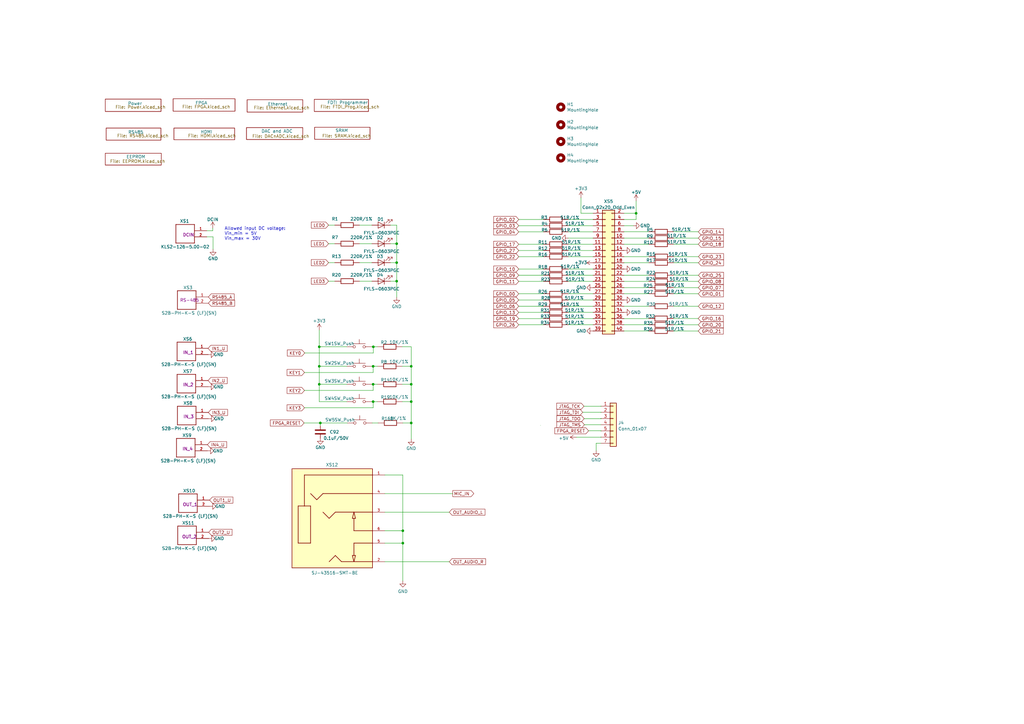
<source format=kicad_sch>
(kicad_sch (version 20230121) (generator eeschema)
  (paper "A3")
  (title_block (title "ПИР СЦХ-254 \"Карно\"\n(Karnix ASB-254)") (date "2024-01-15") (rev "V1.1") (company "ООО \"Фабмикро\"") (comment 1 "ФМТД.466961.029 Э3") (comment 2 "Залата Р.Н."))
  (junction (at 130.937 150.241))
  (junction (at 165.227 217.678))
  (junction (at 168.656 157.607))
  (junction (at 130.937 157.607))
  (junction (at 162.687 115.316))
  (junction (at 168.656 150.241))
  (junction (at 168.656 164.719))
  (junction (at 153.035 150.241))
  (junction (at 153.035 164.719))
  (junction (at 162.687 99.949))
  (junction (at 260.8904 87.4861))
  (junction (at 165.227 222.758))
  (junction (at 162.687 107.7136))
  (junction (at 130.937 142.24))
  (junction (at 153.1304 142.24))
  (junction (at 168.656 173.482))
  (junction (at 153.035 157.607))
  (junction (at 131.3895 173.482))
  (wire (pts (xy 244.5 184.8) (xy 244.5 181.82)))
  (wire (pts (xy 266.0974 97.6461) (xy 255.9374 97.6461)))
  (wire (pts (xy 168.656 150.241) (xy 164.973 150.241)))
  (wire (pts (xy 130.937 135.382) (xy 130.937 142.24)))
  (wire (pts (xy 222.9174 102.7515) (xy 212.7574 102.7515)))
  (wire (pts (xy 238.2844 87.4861) (xy 243.2374 87.4861)))
  (wire (pts (xy 153.035 164.719) (xy 152.4 164.719)))
  (wire (pts (xy 222.9174 100.1861) (xy 212.7574 100.1861)))
  (wire (pts (xy 87.376 97.155) (xy 87.376 102.235)))
  (wire (pts (xy 276.3082 107.7807) (xy 286.4682 107.7807)))
  (wire (pts (xy 276.3122 105.2447) (xy 286.4722 105.2447)))
  (wire (pts (xy 276.2574 95.0807) (xy 286.4174 95.0807)))
  (wire (pts (xy 246.5 169.1) (xy 246.5 169.12)))
  (wire (pts (xy 255.9374 125.6115) (xy 255.9374 125.5861)))
  (wire (pts (xy 276.225 135.763) (xy 286.385 135.763)))
  (wire (pts (xy 243.2374 95.1061) (xy 233.0774 95.1061)))
  (wire (pts (xy 255.9374 95.0807) (xy 255.9374 95.1061)))
  (wire (pts (xy 154.813 157.607) (xy 153.035 157.607)))
  (wire (pts (xy 266.0974 95.0807) (xy 255.9374 95.0807)))
  (wire (pts (xy 165.227 194.818) (xy 165.227 217.678)))
  (wire (pts (xy 239.7 174.2) (xy 246.42 174.2)))
  (wire (pts (xy 162.687 99.949) (xy 160.147 99.949)))
  (wire (pts (xy 266.0974 125.6115) (xy 255.9374 125.6115)))
  (wire (pts (xy 233.0774 105.2661) (xy 243.2374 105.2661)))
  (wire (pts (xy 162.687 115.316) (xy 160.147 115.316)))
  (wire (pts (xy 276.2574 115.4261) (xy 286.4174 115.4261)))
  (wire (pts (xy 153.035 160.147) (xy 153.035 157.607)))
  (wire (pts (xy 276.2574 125.6115) (xy 286.4174 125.6115)))
  (wire (pts (xy 243.2374 90.0261) (xy 233.0774 90.0261)))
  (wire (pts (xy 243.2374 100.1861) (xy 233.0774 100.1861)))
  (wire (pts (xy 233.0774 120.5061) (xy 243.2374 120.5061)))
  (wire (pts (xy 162.687 99.949) (xy 162.687 107.7136)))
  (wire (pts (xy 276.2574 117.9661) (xy 286.4174 117.9661)))
  (wire (pts (xy 137.287 107.7136) (xy 134.747 107.7136)))
  (wire (pts (xy 162.687 115.316) (xy 162.687 121.92)))
  (wire (pts (xy 266.0974 100.1861) (xy 266.0974 100.1607)))
  (wire (pts (xy 246.5 179.28) (xy 246.42 179.28)))
  (wire (pts (xy 255.925 107.7995) (xy 255.9374 107.7995)))
  (wire (pts (xy 255.925 107.7807) (xy 255.925 107.7995)))
  (wire (pts (xy 266.1482 112.8861) (xy 266.1482 112.9115)))
  (wire (pts (xy 160.147 92.329) (xy 162.687 92.329)))
  (wire (pts (xy 142.24 157.607) (xy 130.937 157.607)))
  (wire (pts (xy 185.674 202.438) (xy 157.861 202.438)))
  (wire (pts (xy 130.937 150.241) (xy 130.937 157.607)))
  (wire (pts (xy 152.527 107.7136) (xy 147.447 107.7136)))
  (wire (pts (xy 124.7148 173.482) (xy 131.3895 173.482)))
  (wire (pts (xy 137.287 115.316) (xy 134.747 115.316)))
  (wire (pts (xy 222.9174 130.6661) (xy 212.7574 130.6661)))
  (wire (pts (xy 255.9374 130.6661) (xy 266.0466 130.6661)))
  (wire (pts (xy 153.1304 144.78) (xy 153.1304 142.24)))
  (wire (pts (xy 276.2574 100.1607) (xy 286.4174 100.1607)))
  (wire (pts (xy 260.8904 87.4861) (xy 255.9374 87.4861)))
  (wire (pts (xy 157.861 210.058) (xy 184.277 210.058)))
  (wire (pts (xy 259.7474 92.5661) (xy 255.9374 92.5661)))
  (wire (pts (xy 246.5 171.7) (xy 246.5 171.66)))
  (wire (pts (xy 153.035 152.781) (xy 153.035 150.241)))
  (wire (pts (xy 157.861 222.758) (xy 165.227 222.758)))
  (wire (pts (xy 266.0974 133.2061) (xy 266.0974 133.2315)))
  (wire (pts (xy 239 169.1) (xy 246.5 169.1)))
  (wire (pts (xy 222.9174 112.8861) (xy 212.7574 112.8861)))
  (wire (pts (xy 124.8726 167.259) (xy 153.035 167.259)))
  (wire (pts (xy 255.9374 105.2661) (xy 266.1522 105.2661)))
  (wire (pts (xy 243.2374 102.7515) (xy 243.2374 102.7261)))
  (wire (pts (xy 221.68 174.5) (xy 221.7 174.5)))
  (wire (pts (xy 266.0466 130.6661) (xy 266.0466 130.6407)))
  (wire (pts (xy 212.7574 92.5661) (xy 222.9174 92.5661)))
  (wire (pts (xy 266.1482 107.7807) (xy 255.925 107.7807)))
  (wire (pts (xy 233.0774 123.0461) (xy 243.2374 123.0461)))
  (wire (pts (xy 142.24 164.719) (xy 130.937 164.719)))
  (wire (pts (xy 260.8904 82.4061) (xy 260.8904 87.4861)))
  (wire (pts (xy 168.656 157.607) (xy 168.656 164.719)))
  (wire (pts (xy 233.0774 102.7515) (xy 243.2374 102.7515)))
  (wire (pts (xy 236.4 179.3) (xy 246.5 179.3)))
  (wire (pts (xy 153.035 167.259) (xy 153.035 164.719)))
  (wire (pts (xy 168.656 173.482) (xy 168.656 180.086)))
  (wire (pts (xy 239.5 166.6) (xy 246.5 166.6)))
  (wire (pts (xy 222.9174 120.5061) (xy 212.7574 120.5061)))
  (wire (pts (xy 246.5 166.6) (xy 246.5 166.58)))
  (wire (pts (xy 222.9174 105.2661) (xy 212.7574 105.2661)))
  (wire (pts (xy 246.5 176.74) (xy 246.42 176.74)))
  (wire (pts (xy 222.9174 128.1261) (xy 212.7574 128.1261)))
  (wire (pts (xy 162.687 107.7136) (xy 162.687 115.316)))
  (wire (pts (xy 222.9174 133.2061) (xy 212.7574 133.2061)))
  (wire (pts (xy 165.227 222.758) (xy 165.227 238.252)))
  (wire (pts (xy 157.861 217.678) (xy 165.227 217.678)))
  (wire (pts (xy 153.035 157.607) (xy 152.4 157.607)))
  (wire (pts (xy 260.8904 90.0261) (xy 260.8904 87.4861)))
  (wire (pts (xy 266.1522 105.2661) (xy 266.1522 105.2447)))
  (wire (pts (xy 152.527 92.329) (xy 147.447 92.329)))
  (wire (pts (xy 255.9374 135.7461) (xy 266.065 135.7461)))
  (wire (pts (xy 87.249 93.599) (xy 87.249 94.615)))
  (wire (pts (xy 152.527 115.316) (xy 147.447 115.316)))
  (wire (pts (xy 255.9374 133.2061) (xy 266.0974 133.2061)))
  (wire (pts (xy 168.656 142.24) (xy 164.973 142.24)))
  (wire (pts (xy 212.7574 123.0461) (xy 222.9174 123.0461)))
  (wire (pts (xy 154.813 142.24) (xy 153.1304 142.24)))
  (wire (pts (xy 153.1304 142.24) (xy 152.4 142.24)))
  (wire (pts (xy 124.8726 160.147) (xy 153.035 160.147)))
  (wire (pts (xy 233.0774 133.2061) (xy 243.2374 133.2061)))
  (wire (pts (xy 168.656 150.241) (xy 168.656 142.24)))
  (wire (pts (xy 130.937 157.607) (xy 130.937 164.719)))
  (wire (pts (xy 165.227 217.678) (xy 165.227 222.758)))
  (wire (pts (xy 246.5 171.66) (xy 246.42 171.66)))
  (wire (pts (xy 233.0774 112.8861) (xy 243.2374 112.8861)))
  (wire (pts (xy 124.8726 152.781) (xy 153.035 152.781)))
  (wire (pts (xy 239.6 171.7) (xy 246.5 171.7)))
  (wire (pts (xy 131.3895 174.6287) (xy 131.3895 173.482)))
  (wire (pts (xy 233.0774 97.6461) (xy 243.2374 97.6461)))
  (wire (pts (xy 243.2374 110.3461) (xy 233.0774 110.3461)))
  (wire (pts (xy 255.9374 112.8861) (xy 266.1482 112.8861)))
  (wire (pts (xy 212.7574 90.0261) (xy 222.9174 90.0261)))
  (wire (pts (xy 276.2574 120.5061) (xy 286.4174 120.5061)))
  (wire (pts (xy 154.813 150.241) (xy 153.035 150.241)))
  (wire (pts (xy 255.9374 107.7995) (xy 255.9374 107.8061)))
  (wire (pts (xy 246.5 169.12) (xy 246.42 169.12)))
  (wire (pts (xy 154.813 164.719) (xy 153.035 164.719)))
  (wire (pts (xy 246.5 179.3) (xy 246.5 179.28)))
  (wire (pts (xy 233.0774 92.5661) (xy 243.2374 92.5661)))
  (wire (pts (xy 137.287 92.329) (xy 134.747 92.329)))
  (wire (pts (xy 276.2574 133.2315) (xy 286.4174 133.2315)))
  (wire (pts (xy 255.9374 90.0261) (xy 260.8904 90.0261)))
  (wire (pts (xy 276.2574 97.6461) (xy 286.4174 97.6461)))
  (wire (pts (xy 246.5 176.7) (xy 246.5 176.74)))
  (wire (pts (xy 130.937 150.241) (xy 130.937 142.24)))
  (wire (pts (xy 243.2374 125.5861) (xy 233.0774 125.5861)))
  (wire (pts (xy 238.2844 81.1361) (xy 238.2844 87.4861)))
  (wire (pts (xy 168.656 164.719) (xy 168.656 173.482)))
  (wire (pts (xy 266.0974 117.9661) (xy 255.9374 117.9661)))
  (wire (pts (xy 157.861 194.818) (xy 165.227 194.818)))
  (wire (pts (xy 222.9174 115.4261) (xy 212.7574 115.4261)))
  (wire (pts (xy 157.861 230.378) (xy 184.277 230.378)))
  (wire (pts (xy 87.249 94.615) (xy 84.836 94.615)))
  (wire (pts (xy 152.6548 173.482) (xy 155.067 173.482)))
  (wire (pts (xy 255.9374 100.1861) (xy 266.0974 100.1861)))
  (wire (pts (xy 276.2066 130.6407) (xy 286.3666 130.6407)))
  (wire (pts (xy 130.937 142.24) (xy 142.24 142.24)))
  (wire (pts (xy 255.9374 115.4261) (xy 266.0974 115.4261)))
  (wire (pts (xy 162.687 92.329) (xy 162.687 99.949)))
  (wire (pts (xy 266.065 135.7461) (xy 266.065 135.763)))
  (wire (pts (xy 137.287 99.949) (xy 134.747 99.949)))
  (wire (pts (xy 222.9174 95.1061) (xy 212.7574 95.1061)))
  (wire (pts (xy 233.0774 130.6661) (xy 243.2374 130.6661)))
  (wire (pts (xy 142.24 150.241) (xy 130.937 150.241)))
  (wire (pts (xy 162.687 107.7136) (xy 160.147 107.7136)))
  (wire (pts (xy 266.0974 120.5061) (xy 255.9374 120.5061)))
  (wire (pts (xy 233.0774 128.1261) (xy 243.2374 128.1261)))
  (wire (pts (xy 276.3082 112.9115) (xy 286.4682 112.9115)))
  (wire (pts (xy 168.656 150.241) (xy 168.656 157.607)))
  (wire (pts (xy 246.5 166.58) (xy 246.42 166.58)))
  (wire (pts (xy 241.4 176.7) (xy 246.5 176.7)))
  (wire (pts (xy 152.527 99.949) (xy 147.447 99.949)))
  (wire (pts (xy 124.968 144.78) (xy 153.1304 144.78)))
  (wire (pts (xy 222.9174 110.3461) (xy 212.7574 110.3461)))
  (wire (pts (xy 233.0774 115.4261) (xy 243.2374 115.4261)))
  (wire (pts (xy 244.5 181.82) (xy 246.42 181.82)))
  (wire (pts (xy 168.656 164.719) (xy 164.973 164.719)))
  (wire (pts (xy 153.035 150.241) (xy 152.4 150.241)))
  (wire (pts (xy 222.9174 125.5861) (xy 212.7574 125.5861)))
  (wire (pts (xy 131.3895 173.482) (xy 142.4948 173.482)))
  (wire (pts (xy 165.227 173.482) (xy 168.656 173.482)))
  (wire (pts (xy 84.836 97.155) (xy 87.376 97.155)))
  (wire (pts (xy 168.656 157.607) (xy 164.973 157.607)))
  (text "Allowed input DC voltage:\nVin_min = 5V\nVin_max = 30V" (at 92.075 98.679 0) (effects (font (size 1.27 1.27)) (justify left bottom)))
  (global_label "KEY3" (shape input) (at 124.8726 167.259 180) (property "Intersheetrefs" "${INTERSHEET_REFS}" (effects hide)))
  (global_label "GPIO_14" (shape input) (at 286.4174 95.0807 0) (property "Intersheetrefs" "${INTERSHEET_REFS}" (effects hide)))
  (global_label "OUT_AUDIO_L" (shape input) (at 184.277 210.058 0) (property "Intersheetrefs" "${INTERSHEET_REFS}" (effects hide)) (property "Обозначения листов" "${INTERSHEET_REFS}" (effects hide)))
  (global_label "MIC_IN" (shape output) (at 185.674 202.438 0) (property "Intersheetrefs" "${INTERSHEET_REFS}" (effects hide)) (property "Обозначения листов" "${INTERSHEET_REFS}" (effects hide)))
  (global_label "GPIO_20" (shape input) (at 286.4174 133.2315 0) (property "Intersheetrefs" "${INTERSHEET_REFS}" (effects hide)))
  (global_label "GPIO_00" (shape input) (at 212.7574 120.5061 180) (property "Intersheetrefs" "${INTERSHEET_REFS}" (effects hide)))
  (global_label "GPIO_08" (shape input) (at 286.4174 115.4261 0) (property "Intersheetrefs" "${INTERSHEET_REFS}" (effects hide)))
  (global_label "FPGA_RESET" (shape input) (at 241.4 176.7 180) (property "Intersheetrefs" "${INTERSHEET_REFS}" (effects hide)))
  (global_label "GPIO_09" (shape input) (at 212.7574 112.8861 180) (property "Intersheetrefs" "${INTERSHEET_REFS}" (effects hide)))
  (global_label "GPIO_02" (shape input) (at 212.7574 90.0261 180) (property "Intersheetrefs" "${INTERSHEET_REFS}" (effects hide)))
  (global_label "LED2" (shape input) (at 134.747 107.7136 180) (property "Intersheetrefs" "${INTERSHEET_REFS}" (effects hide)))
  (global_label "GPIO_10" (shape input) (at 212.7574 110.3461 180) (property "Intersheetrefs" "${INTERSHEET_REFS}" (effects hide)))
  (global_label "KEY2" (shape input) (at 124.8726 160.147 180) (property "Intersheetrefs" "${INTERSHEET_REFS}" (effects hide)))
  (global_label "RS485_A" (shape input) (at 85.471 121.793 0) (property "Intersheetrefs" "${INTERSHEET_REFS}" (effects hide)))
  (global_label "IN4_U" (shape input) (at 85.09 182.372 0) (property "Intersheetrefs" "${INTERSHEET_REFS}" (effects hide)) (property "Обозначения листов" "${INTERSHEET_REFS}" (effects hide)))
  (global_label "IN1_U" (shape input) (at 85.344 142.875 0) (property "Intersheetrefs" "${INTERSHEET_REFS}" (effects hide)) (property "Обозначения листов" "${INTERSHEET_REFS}" (effects hide)))
  (global_label "GPIO_03" (shape input) (at 212.7574 92.5661 180) (property "Intersheetrefs" "${INTERSHEET_REFS}" (effects hide)))
  (global_label "GPIO_12" (shape input) (at 286.4174 125.6115 0) (property "Intersheetrefs" "${INTERSHEET_REFS}" (effects hide)))
  (global_label "JTAG_TCK" (shape input) (at 239.5 166.6 180) (property "Intersheetrefs" "${INTERSHEET_REFS}" (effects hide)))
  (global_label "GPIO_06" (shape input) (at 212.7574 125.5861 180) (property "Intersheetrefs" "${INTERSHEET_REFS}" (effects hide)))
  (global_label "IN3_U" (shape input) (at 85.471 169.164 0) (property "Intersheetrefs" "${INTERSHEET_REFS}" (effects hide)) (property "Обозначения листов" "${INTERSHEET_REFS}" (effects hide)))
  (global_label "GPIO_24" (shape input) (at 286.4682 107.7807 0) (property "Intersheetrefs" "${INTERSHEET_REFS}" (effects hide)))
  (global_label "IN2_U" (shape input) (at 85.344 156.083 0) (property "Intersheetrefs" "${INTERSHEET_REFS}" (effects hide)) (property "Обозначения листов" "${INTERSHEET_REFS}" (effects hide)))
  (global_label "JTAG_TDI" (shape input) (at 239 169.1 180) (property "Intersheetrefs" "${INTERSHEET_REFS}" (effects hide)))
  (global_label "RS485_B" (shape input) (at 85.471 124.333 0) (property "Intersheetrefs" "${INTERSHEET_REFS}" (effects hide)))
  (global_label "JTAG_TDO" (shape input) (at 239.6 171.7 180) (property "Intersheetrefs" "${INTERSHEET_REFS}" (effects hide)))
  (global_label "OUT_AUDIO_R" (shape input) (at 184.277 230.378 0) (property "Intersheetrefs" "${INTERSHEET_REFS}" (effects hide)) (property "Обозначения листов" "${INTERSHEET_REFS}" (effects hide)))
  (global_label "GPIO_27" (shape input) (at 212.7574 102.7515 180) (property "Intersheetrefs" "${INTERSHEET_REFS}" (effects hide)))
  (global_label "LED3" (shape input) (at 134.747 115.316 180) (property "Intersheetrefs" "${INTERSHEET_REFS}" (effects hide)))
  (global_label "GPIO_18" (shape input) (at 286.4174 100.1607 0) (property "Intersheetrefs" "${INTERSHEET_REFS}" (effects hide)))
  (global_label "GPIO_23" (shape input) (at 286.4722 105.2447 0) (property "Intersheetrefs" "${INTERSHEET_REFS}" (effects hide)))
  (global_label "KEY0" (shape input) (at 124.968 144.78 180) (property "Intersheetrefs" "${INTERSHEET_REFS}" (effects hide)))
  (global_label "LED0" (shape input) (at 134.747 92.329 180) (property "Intersheetrefs" "${INTERSHEET_REFS}" (effects hide)))
  (global_label "GPIO_17" (shape input) (at 212.7574 100.1861 180) (property "Intersheetrefs" "${INTERSHEET_REFS}" (effects hide)))
  (global_label "GPIO_21" (shape input) (at 286.385 135.763 0) (property "Intersheetrefs" "${INTERSHEET_REFS}" (effects hide)))
  (global_label "GPIO_16" (shape input) (at 286.3666 130.6407 0) (property "Intersheetrefs" "${INTERSHEET_REFS}" (effects hide)))
  (global_label "GPIO_01" (shape input) (at 286.4174 120.5061 0) (property "Intersheetrefs" "${INTERSHEET_REFS}" (effects hide)))
  (global_label "GPIO_05" (shape input) (at 212.7574 123.0461 180) (property "Intersheetrefs" "${INTERSHEET_REFS}" (effects hide)))
  (global_label "GPIO_07" (shape input) (at 286.4174 117.9661 0) (property "Intersheetrefs" "${INTERSHEET_REFS}" (effects hide)))
  (global_label "KEY1" (shape input) (at 124.8726 152.781 180) (property "Intersheetrefs" "${INTERSHEET_REFS}" (effects hide)))
  (global_label "GPIO_13" (shape input) (at 212.7574 128.1261 180) (property "Intersheetrefs" "${INTERSHEET_REFS}" (effects hide)))
  (global_label "LED1" (shape input) (at 134.747 99.949 180) (property "Intersheetrefs" "${INTERSHEET_REFS}" (effects hide)))
  (global_label "GPIO_11" (shape input) (at 212.7574 115.4261 180) (property "Intersheetrefs" "${INTERSHEET_REFS}" (effects hide)))
  (global_label "OUT2_U" (shape input) (at 85.598 218.313 0) (property "Intersheetrefs" "${INTERSHEET_REFS}" (effects hide)) (property "Обозначения листов" "${INTERSHEET_REFS}" (effects hide)))
  (global_label "JTAG_TMS" (shape input) (at 239.7 174.2 180) (property "Intersheetrefs" "${INTERSHEET_REFS}" (effects hide)))
  (global_label "GPIO_19" (shape input) (at 212.7574 130.6661 180) (property "Intersheetrefs" "${INTERSHEET_REFS}" (effects hide)))
  (global_label "GPIO_26" (shape input) (at 212.7574 133.2061 180) (property "Intersheetrefs" "${INTERSHEET_REFS}" (effects hide)))
  (global_label "GPIO_15" (shape input) (at 286.4174 97.6461 0) (property "Intersheetrefs" "${INTERSHEET_REFS}" (effects hide)))
  (global_label "FPGA_RESET" (shape input) (at 124.7148 173.482 180) (property "Intersheetrefs" "${INTERSHEET_REFS}" (effects hide)))
  (global_label "GPIO_04" (shape input) (at 212.7574 95.1061 180) (property "Intersheetrefs" "${INTERSHEET_REFS}" (effects hide)))
  (global_label "GPIO_25" (shape input) (at 286.4682 112.9115 0) (property "Intersheetrefs" "${INTERSHEET_REFS}" (effects hide)))
  (global_label "OUT1_U" (shape input) (at 85.979 205.105 0) (property "Intersheetrefs" "${INTERSHEET_REFS}" (effects hide)) (property "Обозначения листов" "${INTERSHEET_REFS}" (effects hide)))
  (global_label "GPIO_22" (shape input) (at 212.7574 105.2661 180) (property "Intersheetrefs" "${INTERSHEET_REFS}" (effects hide)))
  (symbol (lib_id "Fabmicro:CONN_2Pins") (at 72.644 153.543 0) (unit 1)
    (property "Reference" "XS7" (at 76.962 152.273 0))
    (property "Value" "S2B-PH-K-S (LF)(SN)" (at 77.47 162.687 0))
    (property "Footprint" "Connector_JST:JST_PH_S2B-PH-K_1x02_P2.00mm_Horizontal" (effects hide))
    (property "Assignment" "IN_2" (at 75.057 158.496 0) (effects (justify left bottom)))
    (property "Поле7" "Connector 2 Pins" (effects hide))
    (property "Поле8" "2 Pins Connectors" (effects hide))
    (property "Mfr. Part Number" "S2B-PH-K-S (LF)(SN)" (effects hide))
    (property "Supplier" "Fabmicro" (effects hide))
  )
  (symbol (lib_id "Fabmicro:Resistor") (at 271.1774 120.5061 180) (unit 1)
    (property "Reference" "R27" (at 267.8754 119.7441 0) (effects (justify left)))
    (property "Value" "51R/1%" (at 280.5754 119.6171 0) (effects (justify left)))
    (property "Footprint" "Fabmicro:R_0402_1005Metric" (effects hide))
    (property "Mfr. Part Number" "RC0402FR-0751RL" (effects hide))
    (property "Supplier" "Fabmicro" (effects hide))
  )
  (symbol (lib_id "Fabmicro:Resistor") (at 227.9974 110.3461 180) (unit 1)
    (property "Reference" "R18" (at 224.5938 109.5079 0) (effects (justify left)))
    (property "Value" "51R/1%" (at 237.744 109.347 0) (effects (justify left)))
    (property "Footprint" "Fabmicro:R_0402_1005Metric" (effects hide))
    (property "Mfr. Part Number" "RC0402FR-0751RL" (effects hide))
    (property "Supplier" "Fabmicro" (effects hide))
  )
  (symbol (lib_id "Fabmicro:LED") (at 160.147 107.7136 180) (unit 1)
    (property "Reference" "D3" (at 155.829 105.1736 0))
    (property "Value" "FYLS-0603PGC" (at 156.5148 110.8886 0))
    (property "Footprint" "LED_SMD:LED_0603_1608Metric" (effects hide))
    (property "Mfr. Part Number" "FYLS-0603PGC" (effects hide))
  )
  (symbol (lib_id "Fabmicro:Resistor") (at 159.893 150.241 0) (unit 1)
    (property "Reference" "R8" (at 156.083 148.463 0) (effects (justify left)))
    (property "Value" "10K/1%" (at 159.639 148.336 0) (effects (justify left)))
    (property "Footprint" "Fabmicro:R_0402_1005Metric" (effects hide))
    (property "Mfr. Part Number" "RC0402FR-0710KL" (effects hide))
  )
  (symbol (lib_id "Fabmicro:Resistor") (at 227.9974 95.1061 180) (unit 1)
    (property "Reference" "R6" (at 224.6954 94.3441 0) (effects (justify left)))
    (property "Value" "51R/1%" (at 237.9034 94.3441 0) (effects (justify left)))
    (property "Footprint" "Fabmicro:R_0402_1005Metric" (effects hide))
    (property "Mfr. Part Number" "RC0402FR-0751RL" (effects hide))
    (property "Supplier" "Fabmicro" (effects hide))
  )
  (symbol (lib_id "Fabmicro:Resistor") (at 159.893 142.24 0) (unit 1)
    (property "Reference" "R2" (at 156.083 140.462 0) (effects (justify left)))
    (property "Value" "10K/1%" (at 159.639 140.335 0) (effects (justify left)))
    (property "Footprint" "Fabmicro:R_0402_1005Metric" (effects hide))
    (property "Mfr. Part Number" "RC0402FR-0710KL" (effects hide))
  )
  (symbol (lib_id "Fabmicro:Resistor") (at 142.367 115.316 0) (unit 1)
    (property "Reference" "R20" (at 136.017 112.776 0) (effects (justify left)))
    (property "Value" "220R/1%" (at 143.637 112.776 0) (effects (justify left)))
    (property "Footprint" "Fabmicro:R_0402_1005Metric" (effects hide))
    (property "Mfr. Part Number" "RC0402JR-07220RL" (effects hide))
    (property "Supplier" "Fabmicro" (effects hide))
  )
  (symbol (lib_id "Mechanical:MountingHole") (at 229.997 64.77 0) (unit 1)
    (property "Reference" "H4" (at 232.537 63.6016 0) (effects (justify left)))
    (property "Value" "MountingHole" (at 232.537 65.913 0) (effects (justify left)))
    (property "Footprint" "Fabmicro:MountingHole_3.2mm_M3_ISO7380_NoPad" (effects hide))
  )
  (symbol (lib_id "power:GND") (at 85.598 220.853 90) (unit 1)
    (property "Reference" "#PWR0204" (effects hide))
    (property "Value" "GND" (at 89.916 220.853 90))
  )
  (symbol (lib_id "Fabmicro:CONN_2Pins") (at 73.279 202.565 0) (unit 1)
    (property "Reference" "XS10" (at 77.597 201.295 0))
    (property "Value" "S2B-PH-K-S (LF)(SN)" (at 78.105 211.709 0))
    (property "Footprint" "Connector_JST:JST_PH_S2B-PH-K_1x02_P2.00mm_Horizontal" (effects hide))
    (property "Assignment" "OUT_1" (at 74.93 207.645 0) (effects (justify left bottom)))
    (property "Поле7" "Connector 2 Pins" (effects hide))
    (property "Поле8" "2 Pins Connectors" (effects hide))
    (property "Mfr. Part Number" "S2B-PH-K-S (LF)(SN)" (effects hide))
    (property "Supplier" "Fabmicro" (effects hide))
  )
  (symbol (lib_id "Fabmicro:CONN_2Pins") (at 72.771 166.624 0) (unit 1)
    (property "Reference" "XS8" (at 77.089 165.354 0))
    (property "Value" "S2B-PH-K-S (LF)(SN)" (at 77.597 175.768 0))
    (property "Footprint" "Connector_JST:JST_PH_S2B-PH-K_1x02_P2.00mm_Horizontal" (effects hide))
    (property "Assignment" "IN_3" (at 75.184 171.577 0) (effects (justify left bottom)))
    (property "Поле7" "Connector 2 Pins" (effects hide))
    (property "Поле8" "2 Pins Connectors" (effects hide))
    (property "Mfr. Part Number" "S2B-PH-K-S (LF)(SN)" (effects hide))
    (property "Supplier" "Fabmicro" (effects hide))
  )
  (symbol (lib_id "Fabmicro:Resistor") (at 271.145 135.763 180) (unit 1)
    (property "Reference" "R36" (at 267.843 135.001 0) (effects (justify left)))
    (property "Value" "51R/1%" (at 280.543 134.874 0) (effects (justify left)))
    (property "Footprint" "Fabmicro:R_0402_1005Metric" (effects hide))
    (property "Mfr. Part Number" "RC0402FR-0751RL" (effects hide))
    (property "Supplier" "Fabmicro" (effects hide))
  )
  (symbol (lib_id "Fabmicro:Resistor") (at 227.9974 115.4261 0) (unit 1)
    (property "Reference" "R23" (at 221.7998 114.6387 0) (effects (justify left)))
    (property "Value" "51R/1%" (at 231.909 114.5371 0) (effects (justify left)))
    (property "Footprint" "Fabmicro:R_0402_1005Metric" (effects hide))
    (property "Mfr. Part Number" "RC0402FR-0751RL" (effects hide))
    (property "Supplier" "Fabmicro" (effects hide))
  )
  (symbol (lib_id "Fabmicro:Resistor") (at 227.9974 133.2061 0) (unit 1)
    (property "Reference" "R34" (at 221.6474 132.3679 0) (effects (justify left)))
    (property "Value" "51R/1%" (at 231.655 132.3171 0) (effects (justify left)))
    (property "Footprint" "Fabmicro:R_0402_1005Metric" (effects hide))
    (property "Mfr. Part Number" "RC0402FR-0751RL" (effects hide))
    (property "Supplier" "Fabmicro" (effects hide))
  )
  (symbol (lib_id "Switch:SW_Push") (at 147.32 157.607 0) (unit 1)
    (property "Reference" "SW3" (at 135.128 156.2927 0))
    (property "Value" "SW_Push" (at 141.097 156.2927 0))
    (property "Footprint" "Button_Switch_SMD:SW_SPST_EVQPE1" (effects hide))
    (property "Mfr. Part Number" "DTSM-32" (effects hide))
  )
  (symbol (lib_id "Fabmicro:+3V3") (at 130.937 135.382 0) (unit 1)
    (property "Reference" "#PWR02" (effects hide))
    (property "Value" "+3V3" (at 130.937 131.572 0))
  )
  (symbol (lib_id "power:GND") (at 255.9374 110.3461 90) (mirror x) (unit 1)
    (property "Reference" "#PWR010" (effects hide))
    (property "Value" "GND" (at 260.7634 110.3461 90))
  )
  (symbol (lib_id "Fabmicro:Resistor") (at 227.9974 130.6661 0) (unit 1)
    (property "Reference" "R33" (at 221.6474 129.8279 0) (effects (justify left)))
    (property "Value" "51R/1%" (at 231.655 129.7771 0) (effects (justify left)))
    (property "Footprint" "Fabmicro:R_0402_1005Metric" (effects hide))
    (property "Mfr. Part Number" "RC0402FR-0751RL" (effects hide))
    (property "Supplier" "Fabmicro" (effects hide))
  )
  (symbol (lib_id "Fabmicro:CONN_2Pins") (at 72.771 119.253 0) (unit 1)
    (property "Reference" "XS3" (at 77.089 117.983 0))
    (property "Value" "S2B-PH-K-S (LF)(SN)" (at 77.597 128.397 0))
    (property "Footprint" "Connector_JST:JST_PH_S2B-PH-K_1x02_P2.00mm_Horizontal" (effects hide))
    (property "Assignment" "RS-485" (at 73.787 123.825 0) (effects (justify left bottom)))
    (property "Поле7" "Connector 2 Pins" (effects hide))
    (property "Поле8" "2 Pins Connectors" (effects hide))
    (property "Mfr. Part Number" "S2B-PH-K-S (LF)(SN)" (effects hide))
    (property "Supplier" "Fabmicro" (effects hide))
  )
  (symbol (lib_id "Fabmicro:Resistor") (at 142.367 99.949 0) (unit 1)
    (property "Reference" "R7" (at 136.017 97.409 0) (effects (justify left)))
    (property "Value" "220R/1%" (at 143.637 97.409 0) (effects (justify left)))
    (property "Footprint" "Fabmicro:R_0402_1005Metric" (effects hide))
    (property "Mfr. Part Number" "RC0402JR-07220RL" (effects hide))
    (property "Supplier" "Fabmicro" (effects hide))
  )
  (symbol (lib_id "Fabmicro:+3V3") (at 238.2844 81.1361 0) (unit 1)
    (property "Reference" "#PWR01" (effects hide))
    (property "Value" "+3V3" (at 238.2844 77.3261 0))
  )
  (symbol (lib_id "power:GND") (at 162.687 121.92 0) (mirror y) (unit 1)
    (property "Reference" "#PWR015" (effects hide))
    (property "Value" "GND" (at 162.687 125.73 0))
  )
  (symbol (lib_id "Fabmicro:Resistor") (at 227.9974 128.1261 0) (unit 1)
    (property "Reference" "R31" (at 221.6474 127.2879 0) (effects (justify left)))
    (property "Value" "51R/1%" (at 231.655 127.2371 0) (effects (justify left)))
    (property "Footprint" "Fabmicro:R_0402_1005Metric" (effects hide))
    (property "Mfr. Part Number" "RC0402FR-0751RL" (effects hide))
    (property "Supplier" "Fabmicro" (effects hide))
  )
  (symbol (lib_id "Mechanical:MountingHole") (at 229.997 58.039 0) (unit 1)
    (property "Reference" "H3" (at 232.537 56.8706 0) (effects (justify left)))
    (property "Value" "MountingHole" (at 232.537 59.182 0) (effects (justify left)))
    (property "Footprint" "Fabmicro:MountingHole_3.2mm_M3_ISO7380_NoPad" (effects hide))
  )
  (symbol (lib_id "Fabmicro:Resistor") (at 227.9974 90.0261 180) (unit 1)
    (property "Reference" "R3" (at 224.5684 89.2641 0) (effects (justify left)))
    (property "Value" "51R/1%" (at 237.6494 89.2641 0) (effects (justify left)))
    (property "Footprint" "Fabmicro:R_0402_1005Metric" (effects hide))
    (property "Mfr. Part Number" "RC0402FR-0751RL" (effects hide))
    (property "Supplier" "Fabmicro" (effects hide))
  )
  (symbol (lib_id "power:GND") (at 85.344 158.623 90) (unit 1)
    (property "Reference" "#PWR0200" (effects hide))
    (property "Value" "GND" (at 89.662 158.623 90))
  )
  (symbol (lib_id "Fabmicro:Resistor") (at 271.1266 130.6407 0) (unit 1)
    (property "Reference" "R32" (at 264.7766 129.7263 0) (effects (justify left)))
    (property "Value" "51R/1%" (at 274.4794 129.6247 0) (effects (justify left)))
    (property "Footprint" "Fabmicro:R_0402_1005Metric" (effects hide))
    (property "Mfr. Part Number" "RC0402FR-0751RL" (effects hide))
    (property "Supplier" "Fabmicro" (effects hide))
  )
  (symbol (lib_id "Fabmicro:Resistor") (at 227.9974 92.5661 0) (unit 1)
    (property "Reference" "R4" (at 222.0284 91.8041 0) (effects (justify left)))
    (property "Value" "51R/1%" (at 231.775 91.694 0) (effects (justify left)))
    (property "Footprint" "Fabmicro:R_0402_1005Metric" (effects hide))
    (property "Mfr. Part Number" "RC0402FR-0751RL" (effects hide))
    (property "Supplier" "Fabmicro" (effects hide))
  )
  (symbol (lib_id "Mechanical:MountingHole") (at 229.997 43.942 0) (unit 1)
    (property "Reference" "H1" (at 232.537 42.7736 0) (effects (justify left)))
    (property "Value" "MountingHole" (at 232.537 45.085 0) (effects (justify left)))
    (property "Footprint" "Fabmicro:MountingHole_3.2mm_M3_ISO7380_NoPad" (effects hide))
  )
  (symbol (lib_id "power:GND") (at 255.9374 123.0461 90) (mirror x) (unit 1)
    (property "Reference" "#PWR016" (effects hide))
    (property "Value" "GND" (at 260.7634 123.0461 90))
  )
  (symbol (lib_id "Fabmicro:LED") (at 160.147 92.329 180) (unit 1)
    (property "Reference" "D1" (at 156.083 89.916 0))
    (property "Value" "FYLS-0603PGC" (at 156.5148 95.504 0))
    (property "Footprint" "LED_SMD:LED_0603_1608Metric" (effects hide))
    (property "Mfr. Part Number" "FYLS-0603PGC" (effects hide))
  )
  (symbol (lib_id "Fabmicro:Resistor") (at 227.9974 100.1861 180) (unit 1)
    (property "Reference" "R11" (at 224.5938 99.3479 0) (effects (justify left)))
    (property "Value" "51R/1%" (at 238.259 99.2463 0) (effects (justify left)))
    (property "Footprint" "Fabmicro:R_0402_1005Metric" (effects hide))
    (property "Mfr. Part Number" "RC0402FR-0751RL" (effects hide))
    (property "Supplier" "Fabmicro" (effects hide))
  )
  (symbol (lib_id "Fabmicro:CONN_2Pins") (at 72.644 140.335 0) (unit 1)
    (property "Reference" "XS6" (at 76.962 139.065 0))
    (property "Value" "S2B-PH-K-S (LF)(SN)" (at 77.47 149.479 0))
    (property "Footprint" "Connector_JST:JST_PH_S2B-PH-K_1x02_P2.00mm_Horizontal" (effects hide))
    (property "Assignment" "IN_1" (at 75.057 145.288 0) (effects (justify left bottom)))
    (property "Поле7" "Connector 2 Pins" (effects hide))
    (property "Поле8" "2 Pins Connectors" (effects hide))
    (property "Mfr. Part Number" "S2B-PH-K-S (LF)(SN)" (effects hide))
    (property "Supplier" "Fabmicro" (effects hide))
  )
  (symbol (lib_id "power:GND") (at 255.9374 128.1261 90) (mirror x) (unit 1)
    (property "Reference" "#PWR017" (effects hide))
    (property "Value" "GND" (at 260.7634 128.1261 90))
  )
  (symbol (lib_id "power:GND") (at 131.3895 179.7087 0) (mirror y) (unit 1)
    (property "Reference" "#PWR0222" (effects hide))
    (property "Value" "GND" (at 131.3895 183.5187 0))
  )
  (symbol (lib_id "power:GND") (at 85.979 207.645 90) (unit 1)
    (property "Reference" "#PWR0203" (effects hide))
    (property "Value" "GND" (at 90.297 207.645 90))
  )
  (symbol (lib_id "Fabmicro:CapacitorUnpolarized") (at 131.3895 177.1687 270) (unit 1)
    (property "Reference" "C92" (at 135.1995 177.1687 90) (effects (justify left)))
    (property "Value" "0.1uF/50V" (at 132.6595 179.7087 90) (effects (justify left)))
    (property "Footprint" "Capacitor_SMD:C_0402_1005Metric" (effects hide))
    (property "Mfr. Part Number" "CC0402KRX7R9BB104" (effects hide))
    (property "Supplier" "Fabmicro" (effects hide))
  )
  (symbol (lib_id "Fabmicro:CONN_2Pins") (at 72.898 215.773 0) (unit 1)
    (property "Reference" "XS11" (at 77.216 214.503 0))
    (property "Value" "S2B-PH-K-S (LF)(SN)" (at 77.724 224.917 0))
    (property "Footprint" "Connector_JST:JST_PH_S2B-PH-K_1x02_P2.00mm_Horizontal" (effects hide))
    (property "Assignment" "OUT_2" (at 74.676 220.853 0) (effects (justify left bottom)))
    (property "Поле7" "Connector 2 Pins" (effects hide))
    (property "Поле8" "2 Pins Connectors" (effects hide))
    (property "Mfr. Part Number" "S2B-PH-K-S (LF)(SN)" (effects hide))
    (property "Supplier" "Fabmicro" (effects hide))
  )
  (symbol (lib_id "Fabmicro:Resistor") (at 227.9974 102.7515 180) (unit 1)
    (property "Reference" "R12" (at 224.5938 101.9133 0) (effects (justify left)))
    (property "Value" "51R/1%" (at 238.259 101.8117 0) (effects (justify left)))
    (property "Footprint" "Fabmicro:R_0402_1005Metric" (effects hide))
    (property "Mfr. Part Number" "RC0402FR-0751RL" (effects hide))
    (property "Supplier" "Fabmicro" (effects hide))
  )
  (symbol (lib_id "power:GND") (at 243.2374 117.9661 270) (mirror x) (unit 1)
    (property "Reference" "#PWR014" (effects hide))
    (property "Value" "GND" (at 238.4114 117.9661 90))
  )
  (symbol (lib_id "power:GND") (at 87.376 102.235 0) (unit 1)
    (property "Reference" "#PWR07" (effects hide))
    (property "Value" "GND" (at 87.376 106.045 0))
  )
  (symbol (lib_id "Fabmicro:Resistor") (at 271.1774 117.9661 180) (unit 1)
    (property "Reference" "R25" (at 267.7484 117.2041 0) (effects (justify left)))
    (property "Value" "51R/1%" (at 280.7024 116.9501 0) (effects (justify left)))
    (property "Footprint" "Fabmicro:R_0402_1005Metric" (effects hide))
    (property "Mfr. Part Number" "RC0402FR-0751RL" (effects hide))
    (property "Supplier" "Fabmicro" (effects hide))
  )
  (symbol (lib_id "Fabmicro:CONN_2Pins") (at 72.136 92.075 0) (unit 1)
    (property "Reference" "XS1" (at 75.692 90.678 0))
    (property "Value" "KLS2-126-5.00-02" (at 75.946 101.219 0))
    (property "Footprint" "Fabmicro:KLS2-126-5.00-2_Vertical" (effects hide))
    (property "Assignment" "DCIN" (at 74.93 97.028 0) (effects (justify left bottom)))
    (property "Mfr. Part Number" "KLS2-126-5.00-02" (effects hide))
    (property "Supplier" "Fabmicro" (effects hide))
  )
  (symbol (lib_id "Fabmicro:LED") (at 160.147 99.949 180) (unit 1)
    (property "Reference" "D2" (at 155.829 97.409 0))
    (property "Value" "FYLS-0603PGC" (at 156.5148 103.124 0))
    (property "Footprint" "LED_SMD:LED_0603_1608Metric" (effects hide))
    (property "Mfr. Part Number" "FYLS-0603PGC" (effects hide))
  )
  (symbol (lib_id "power:GND") (at 168.656 180.086 0) (mirror y) (unit 1)
    (property "Reference" "#PWR013" (effects hide))
    (property "Value" "GND" (at 168.656 183.896 0))
  )
  (symbol (lib_id "power:GND") (at 85.344 145.415 90) (unit 1)
    (property "Reference" "#PWR0199" (effects hide))
    (property "Value" "GND" (at 89.662 145.415 90))
  )
  (symbol (lib_id "Switch:SW_Push") (at 147.32 164.719 0) (unit 1)
    (property "Reference" "SW4" (at 135.128 163.4047 0))
    (property "Value" "SW_Push" (at 141.097 163.4047 0))
    (property "Footprint" "Button_Switch_SMD:SW_SPST_EVQPE1" (effects hide))
    (property "Mfr. Part Number" "DTSM-32" (effects hide))
  )
  (symbol (lib_id "Fabmicro:Resistor") (at 271.2282 107.7807 0) (unit 1)
    (property "Reference" "R17" (at 265.0052 106.7647 0) (effects (justify left)))
    (property "Value" "51R/1%" (at 274.1492 106.7647 0) (effects (justify left)))
    (property "Footprint" "Fabmicro:R_0402_1005Metric" (effects hide))
    (property "Mfr. Part Number" "RC0402FR-0751RL" (effects hide))
    (property "Supplier" "Fabmicro" (effects hide))
  )
  (symbol (lib_id "Fabmicro:Resistor") (at 142.367 92.329 0) (unit 1)
    (property "Reference" "R1" (at 136.017 89.789 0) (effects (justify left)))
    (property "Value" "220R/1%" (at 143.637 89.789 0) (effects (justify left)))
    (property "Footprint" "Fabmicro:R_0402_1005Metric" (effects hide))
    (property "Mfr. Part Number" "RC0402JR-07220RL" (effects hide))
    (property "Supplier" "Fabmicro" (effects hide))
  )
  (symbol (lib_id "Fabmicro:Resistor") (at 227.9974 123.0461 0) (unit 1)
    (property "Reference" "R28" (at 221.9014 122.2841 0) (effects (justify left)))
    (property "Value" "51R/1%" (at 231.5534 122.1571 0) (effects (justify left)))
    (property "Footprint" "Fabmicro:R_0402_1005Metric" (effects hide))
    (property "Mfr. Part Number" "RC0402FR-0751RL" (effects hide))
    (property "Supplier" "Fabmicro" (effects hide))
  )
  (symbol (lib_id "Fabmicro:CONN_2Pins") (at 72.39 179.832 0) (unit 1)
    (property "Reference" "XS9" (at 76.708 178.562 0))
    (property "Value" "S2B-PH-K-S (LF)(SN)" (at 77.216 188.976 0))
    (property "Footprint" "Connector_JST:JST_PH_S2B-PH-K_1x02_P2.00mm_Horizontal" (effects hide))
    (property "Assignment" "IN_4" (at 74.803 184.785 0) (effects (justify left bottom)))
    (property "Поле7" "Connector 2 Pins" (effects hide))
    (property "Поле8" "2 Pins Connectors" (effects hide))
    (property "Mfr. Part Number" "S2B-PH-K-S (LF)(SN)" (effects hide))
    (property "Supplier" "Fabmicro" (effects hide))
  )
  (symbol (lib_id "Fabmicro:Resistor") (at 271.1774 125.6115 0) (unit 1)
    (property "Reference" "R30" (at 265.0306 124.7987 0) (effects (justify left)))
    (property "Value" "51R/1%" (at 274.3778 124.6971 0) (effects (justify left)))
    (property "Footprint" "Fabmicro:R_0402_1005Metric" (effects hide))
    (property "Mfr. Part Number" "RC0402FR-0751RL" (effects hide))
    (property "Supplier" "Fabmicro" (effects hide))
  )
  (symbol (lib_id "Fabmicro:Resistor") (at 227.9974 125.5861 180) (unit 1)
    (property "Reference" "R29" (at 224.5684 124.8241 0) (effects (justify left)))
    (property "Value" "51R/1%" (at 237.617 124.841 0) (effects (justify left)))
    (property "Footprint" "Fabmicro:R_0402_1005Metric" (effects hide))
    (property "Mfr. Part Number" "RC0402FR-0751RL" (effects hide))
    (property "Supplier" "Fabmicro" (effects hide))
  )
  (symbol (lib_id "Fabmicro:Resistor") (at 271.1774 95.0807 0) (unit 1)
    (property "Reference" "R5" (at 265.183 94.2679 0) (effects (justify left)))
    (property "Value" "51R/1%" (at 275.463 94.107 0) (effects (justify left)))
    (property "Footprint" "Fabmicro:R_0402_1005Metric" (effects hide))
    (property "Mfr. Part Number" "RC0402FR-0751RL" (effects hide))
    (property "Supplier" "Fabmicro" (effects hide))
  )
  (symbol (lib_id "Fabmicro:Resistor") (at 227.9974 112.8861 0) (unit 1)
    (property "Reference" "R21" (at 221.7744 112.1241 0) (effects (justify left)))
    (property "Value" "51R/1%" (at 231.8074 111.9971 0) (effects (justify left)))
    (property "Footprint" "Fabmicro:R_0402_1005Metric" (effects hide))
    (property "Mfr. Part Number" "RC0402FR-0751RL" (effects hide))
    (property "Supplier" "Fabmicro" (effects hide))
  )
  (symbol (lib_id "Fabmicro:Resistor") (at 271.1774 133.2315 180) (unit 1)
    (property "Reference" "R35" (at 267.8754 132.4695 0) (effects (justify left)))
    (property "Value" "51R/1%" (at 280.5754 132.3425 0) (effects (justify left)))
    (property "Footprint" "Fabmicro:R_0402_1005Metric" (effects hide))
    (property "Mfr. Part Number" "RC0402FR-0751RL" (effects hide))
    (property "Supplier" "Fabmicro" (effects hide))
  )
  (symbol (lib_id "Switch:SW_Push") (at 147.5748 173.482 0) (unit 1)
    (property "Reference" "SW5" (at 135.3828 172.1677 0))
    (property "Value" "SW_Push" (at 141.3518 172.1677 0))
    (property "Footprint" "Button_Switch_SMD:SW_SPST_EVQPE1" (effects hide))
    (property "Mfr. Part Number" "DTSM-32" (effects hide))
  )
  (symbol (lib_id "Connector_Generic:Conn_02x20_Odd_Even") (at 248.3174 110.3461 0) (unit 1)
    (property "Reference" "XS5" (at 249.5874 82.5986 0))
    (property "Value" "Conn_02x20_Odd_Even" (at 249.5874 85.0621 0))
    (property "Footprint" "Connector_PinHeader_2.54mm:PinHeader_2x20_P2.54mm_Vertical" (effects hide))
    (property "Mfr. Part Number" "HEADER_2x20_2.54mm" (effects hide))
  )
  (symbol (lib_id "Fabmicro:Resistor") (at 271.2322 105.2447 0) (unit 1)
    (property "Reference" "R15" (at 265.0092 104.2287 0) (effects (justify left)))
    (property "Value" "51R/1%" (at 274.1532 104.2287 0) (effects (justify left)))
    (property "Footprint" "Fabmicro:R_0402_1005Metric" (effects hide))
    (property "Mfr. Part Number" "RC0402FR-0751RL" (effects hide))
    (property "Supplier" "Fabmicro" (effects hide))
  )
  (symbol (lib_id "Fabmicro:Resistor") (at 271.1774 100.1607 180) (unit 1)
    (property "Reference" "R10" (at 267.8481 99.4359 0) (effects (justify left)))
    (property "Value" "51R/1%" (at 281.4412 99.2022 0) (effects (justify left)))
    (property "Footprint" "Fabmicro:R_0402_1005Metric" (effects hide))
    (property "Mfr. Part Number" "RC0402FR-0751RL" (effects hide))
    (property "Supplier" "Fabmicro" (effects hide))
  )
  (symbol (lib_id "Fabmicro:Resistor") (at 159.893 157.607 0) (unit 1)
    (property "Reference" "R14" (at 156.083 155.829 0) (effects (justify left)))
    (property "Value" "10K/1%" (at 159.639 155.702 0) (effects (justify left)))
    (property "Footprint" "Fabmicro:R_0402_1005Metric" (effects hide))
    (property "Mfr. Part Number" "RC0402FR-0710KL" (effects hide))
  )
  (symbol (lib_id "Mechanical:MountingHole") (at 229.997 51.181 0) (unit 1)
    (property "Reference" "H2" (at 232.537 50.0126 0) (effects (justify left)))
    (property "Value" "MountingHole" (at 232.537 52.324 0) (effects (justify left)))
    (property "Footprint" "Fabmicro:MountingHole_3.2mm_M3_ISO7380_NoPad" (effects hide))
  )
  (symbol (lib_id "Fabmicro:LED") (at 160.147 115.316 180) (unit 1)
    (property "Reference" "D4" (at 155.829 112.776 0))
    (property "Value" "FYLS-0603PGC" (at 156.5148 118.491 0))
    (property "Footprint" "LED_SMD:LED_0603_1608Metric" (effects hide))
    (property "Mfr. Part Number" "FYLS-0603PGC" (effects hide))
  )
  (symbol (lib_id "Switch:SW_Push") (at 147.32 142.24 0) (unit 1)
    (property "Reference" "SW1" (at 135.128 140.9257 0))
    (property "Value" "SW_Push" (at 141.097 140.9257 0))
    (property "Footprint" "Button_Switch_SMD:SW_SPST_EVQPE1" (effects hide))
    (property "Mfr. Part Number" "DTSM-32" (effects hide))
  )
  (symbol (lib_id "power:+5V") (at 260.8904 82.4061 0) (unit 1)
    (property "Reference" "#PWR03" (effects hide))
    (property "Value" "+5V" (at 260.8904 78.839 0))
  )
  (symbol (lib_id "Connector_Generic:Conn_01x07") (at 251.5 174.2 0) (unit 1)
    (property "Reference" "J4" (at 253.532 173.3881 0) (effects (justify left)))
    (property "Value" "Conn_01x07" (at 253.532 175.8516 0) (effects (justify left)))
    (property "Footprint" "Connector_PinHeader_2.00mm:PinHeader_1x07_P2.00mm_Vertical" (effects hide))
  )
  (symbol (lib_id "Fabmicro:Resistor") (at 271.1774 97.6461 180) (unit 1)
    (property "Reference" "R9" (at 267.8481 96.9213 0) (effects (justify left)))
    (property "Value" "51R/1%" (at 281.4412 96.6876 0) (effects (justify left)))
    (property "Footprint" "Fabmicro:R_0402_1005Metric" (effects hide))
    (property "Mfr. Part Number" "RC0402FR-0751RL" (effects hide))
    (property "Supplier" "Fabmicro" (effects hide))
  )
  (symbol (lib_id "power:+5V") (at 236.4 179.3 90) (unit 1)
    (property "Reference" "#PWR0221" (effects hide))
    (property "Value" "+5V" (at 233.2251 179.7198 90) (effects (justify left)))
  )
  (symbol (lib_id "Fabmicro:Resistor") (at 227.9974 120.5061 180) (unit 1)
    (property "Reference" "R26" (at 224.5938 119.6679 0) (effects (justify left)))
    (property "Value" "51R/1%" (at 237.617 119.507 0) (effects (justify left)))
    (property "Footprint" "Fabmicro:R_0402_1005Metric" (effects hide))
    (property "Mfr. Part Number" "RC0402FR-0751RL" (effects hide))
    (property "Supplier" "Fabmicro" (effects hide))
  )
  (symbol (lib_id "Fabmicro:DCIN") (at 87.249 93.599 0) (unit 1)
    (property "Reference" "#PWR04" (effects hide))
    (property "Value" "DCIN" (at 87.249 90.0319 0))
  )
  (symbol (lib_id "power:GND") (at 233.0774 97.6461 270) (mirror x) (unit 1)
    (property "Reference" "#PWR06" (effects hide))
    (property "Value" "GND" (at 228.2514 97.6461 90))
  )
  (symbol (lib_id "power:GND") (at 259.7474 92.5661 90) (mirror x) (unit 1)
    (property "Reference" "#PWR05" (effects hide))
    (property "Value" "GND" (at 264.5734 92.5661 90))
  )
  (symbol (lib_id "power:GND") (at 85.471 171.704 90) (unit 1)
    (property "Reference" "#PWR0201" (effects hide))
    (property "Value" "GND" (at 89.789 171.704 90))
  )
  (symbol (lib_id "Fabmicro:SJ-43516-SMT-BE") (at 137.541 215.138 0) (unit 1)
    (property "Reference" "XS12" (at 136.144 190.627 0))
    (property "Value" "SJ-43516-SMT-BE" (at 137.287 234.95 0))
    (property "Footprint" "Fabmicro:CUI_SJ-43516-SMT-BE" (effects hide))
    (property "MF" "CUI Devices" (effects hide))
    (property "Description" "4 conductor 3.5 mm Surface Mount Audio Jack w/ Two Switch, Blue" (effects hide))
    (property "Package" "None" (effects hide))
    (property "Price" "None" (effects hide))
    (property "Check_prices" "https://www.snapeda.com/parts/SJ-43516-SMT-TR-BE/CUI+Devices/view-part/?ref=eda" (effects hide))
    (property "PART_REV" "1.02" (effects hide))
    (property "STANDARD" "MANUFACTURER RECOMMENDATIONS" (effects hide))
    (property "SnapEDA_Link" "https://www.snapeda.com/parts/SJ-43516-SMT-TR-BE/CUI+Devices/view-part/?ref=snap" (effects hide))
    (property "MP" "SJ-43516-SMT-TR-BE" (effects hide))
    (property "Purchase-URL" "https://www.snapeda.com/api/url_track_click_mouser/?unipart_id=490913&manufacturer=CUI Devices&part_name=SJ-43516-SMT-TR-BE&search_term=None" (effects hide))
    (property "CUI_purchase_URL" "https://www.cuidevices.com/product/interconnect/connectors/audio-connectors/jacks/sj-43516-smt-tr-be?utm_source=snapeda.com&utm_medium=referral&utm_campaign=snapedaBOM" (effects hide))
    (property "Availability" "In Stock" (effects hide))
    (property "MANUFACTURER" "CUI INC" (effects hide))
  )
  (symbol (lib_id "Fabmicro:Resistor") (at 271.1774 115.4261 0) (unit 1)
    (property "Reference" "R24" (at 264.9544 114.4101 0) (effects (justify left)))
    (property "Value" "51R/1%" (at 274.5232 114.4016 0) (effects (justify left)))
    (property "Footprint" "Fabmicro:R_0402_1005Metric" (effects hide))
    (property "Mfr. Part Number" "RC0402FR-0751RL" (effects hide))
    (property "Supplier" "Fabmicro" (effects hide))
  )
  (symbol (lib_id "Fabmicro:Resistor") (at 142.367 107.7136 0) (unit 1)
    (property "Reference" "R13" (at 136.017 105.1736 0) (effects (justify left)))
    (property "Value" "220R/1%" (at 143.637 105.1736 0) (effects (justify left)))
    (property "Footprint" "Fabmicro:R_0402_1005Metric" (effects hide))
    (property "Mfr. Part Number" "RC0402JR-07220RL" (effects hide))
    (property "Supplier" "Fabmicro" (effects hide))
  )
  (symbol (lib_id "Fabmicro:+3V3") (at 243.2374 107.8061 90) (unit 1)
    (property "Reference" "#PWR09" (effects hide))
    (property "Value" "+3V3" (at 238.2082 107.6791 90))
  )
  (symbol (lib_id "Fabmicro:Resistor") (at 227.9974 105.2661 180) (unit 1)
    (property "Reference" "R16" (at 224.5938 104.4279 0) (effects (justify left)))
    (property "Value" "51R/1%" (at 238.259 104.3263 0) (effects (justify left)))
    (property "Footprint" "Fabmicro:R_0402_1005Metric" (effects hide))
    (property "Mfr. Part Number" "RC0402FR-0751RL" (effects hide))
    (property "Supplier" "Fabmicro" (effects hide))
  )
  (symbol (lib_id "power:GND") (at 243.2374 135.7461 270) (mirror x) (unit 1)
    (property "Reference" "#PWR018" (effects hide))
    (property "Value" "GND" (at 238.4114 135.7461 90))
  )
  (symbol (lib_id "Fabmicro:Resistor") (at 160.147 173.482 0) (unit 1)
    (property "Reference" "R168" (at 156.337 171.704 0) (effects (justify left)))
    (property "Value" "1K/1%" (at 159.893 171.577 0) (effects (justify left)))
    (property "Footprint" "Fabmicro:R_0402_1005Metric" (effects hide))
    (property "Mfr. Part Number" "RC0402FR-071KL" (effects hide))
  )
  (symbol (lib_id "Fabmicro:Resistor") (at 159.893 164.719 0) (unit 1)
    (property "Reference" "R19" (at 156.083 162.941 0) (effects (justify left)))
    (property "Value" "10K/1%" (at 159.639 162.814 0) (effects (justify left)))
    (property "Footprint" "Fabmicro:R_0402_1005Metric" (effects hide))
    (property "Mfr. Part Number" "RC0402FR-0710KL" (effects hide))
  )
  (symbol (lib_id "power:GND") (at 165.227 238.252 0) (unit 1)
    (property "Reference" "#PWR0205" (effects hide))
    (property "Value" "GND" (at 165.227 242.57 0))
  )
  (symbol (lib_id "power:GND") (at 85.09 184.912 90) (unit 1)
    (property "Reference" "#PWR0202" (effects hide))
    (property "Value" "GND" (at 89.408 184.912 90))
  )
  (symbol (lib_id "power:GND") (at 255.9374 102.7261 90) (mirror x) (unit 1)
    (property "Reference" "#PWR08" (effects hide))
    (property "Value" "GND" (at 260.7634 102.7261 90))
  )
  (symbol (lib_id "power:GND") (at 244.5 184.8 0) (mirror y) (unit 1)
    (property "Reference" "#PWR0137" (effects hide))
    (property "Value" "GND" (at 244.5 188.61 0))
  )
  (symbol (lib_id "Fabmicro:Resistor") (at 271.2282 112.9115 0) (unit 1)
    (property "Reference" "R22" (at 265.0052 111.8955 0) (effects (justify left)))
    (property "Value" "51R/1%" (at 274.574 111.887 0) (effects (justify left)))
    (property "Footprint" "Fabmicro:R_0402_1005Metric" (effects hide))
    (property "Mfr. Part Number" "RC0402FR-0751RL" (effects hide))
    (property "Supplier" "Fabmicro" (effects hide))
  )
  (symbol (lib_id "Switch:SW_Push") (at 147.32 150.241 0) (unit 1)
    (property "Reference" "SW2" (at 135.128 148.9267 0))
    (property "Value" "SW_Push" (at 141.097 148.9267 0))
    (property "Footprint" "Button_Switch_SMD:SW_SPST_EVQPE1" (effects hide))
    (property "Mfr. Part Number" "DTSM-32" (effects hide))
  )
  (sheet (at 43.18 40.64) (size 22.86 5.08)
    (property "Sheetname" "Power" (at 52.451 43.18 0) (effects (justify left bottom)))
    (property "Sheetfile" "Power.kicad_sch" (at 47.244 43.18 0) (effects (justify left top)))
  )
  (sheet (at 70.993 40.513) (size 25.4 5.08)
    (property "Sheetname" "FPGA" (at 80.137 42.926 0) (effects (justify left bottom)))
    (property "Sheetfile" "FPGA.kicad_sch" (at 74.676 43.053 0) (effects (justify left top)))
  )
  (sheet (at 101.346 40.894) (size 22.86 5.08)
    (property "Sheetname" "Ethernet" (at 109.855 43.434 0) (effects (justify left bottom)))
    (property "Sheetfile" "Ethernet.kicad_sch" (at 104.013 43.434 0) (effects (justify left top)))
  )
  (sheet (at 71.34 52.518) (size 24.892 4.826) (stroke (width 0.1524))
    (property "Sheetname" "HDMI" (at 82.262 54.804 0) (effects (justify left bottom)))
    (property "Sheetfile" "HDMI.kicad_sch" (at 77.055 54.931 0) (effects (justify left top)))
  )
  (sheet (at 43.18 62.865) (size 22.987 4.826) (stroke (width 0.1524))
    (property "Sheetname" "EEPROM" (at 51.816 65.024 0) (effects (justify left bottom)))
    (property "Sheetfile" "EEPROM.kicad_sch" (at 45.085 65.405 0) (effects (justify left top)))
  )
  (sheet (at 129.032 52.197) (size 22.733 4.953) (stroke (width 0.1524))
    (property "Sheetname" "SRAM" (at 137.541 54.229 0) (effects (justify left bottom)))
    (property "Sheetfile" "SRAM.kicad_sch" (at 132.08 54.991 0) (effects (justify left top)))
  )
  (sheet (at 43.527 52.518) (size 22.479 4.953) (stroke (width 0.1524))
    (property "Sheetname" "RS485" (at 52.544 54.931 0) (effects (justify left bottom)))
    (property "Sheetfile" "RS485.kicad_sch" (at 47.972 54.931 0) (effects (justify left top)))
  )
  (sheet (at 128.905 40.767) (size 22.225 4.953) (stroke (width 0.1524))
    (property "Sheetname" "FDTI Programmer" (at 134.239 42.799 0) (effects (justify left bottom)))
    (property "Sheetfile" "FTDI_Prog.kicad_sch" (at 131.318 43.053 0) (effects (justify left top)))
  )
  (sheet (at 101.092 52.324) (size 23.114 4.9) (stroke (width 0.1524))
    (property "Sheetname" "DAC and ADC" (at 107.192 54.524 0) (effects (justify left bottom)))
    (property "Sheetfile" "DACnADC.kicad_sch" (at 103.392 55.124 0) (effects (justify left top)))
  )
)
</source>
